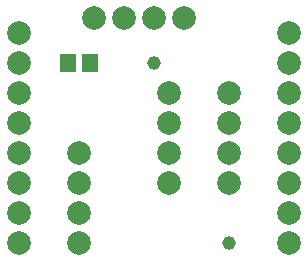
<source format=gbr>
G04 EAGLE Gerber X2 export*
%TF.Part,Single*%
%TF.FileFunction,Soldermask,Top,1*%
%TF.FilePolarity,Negative*%
%TF.GenerationSoftware,Autodesk,EAGLE,9.1.1*%
%TF.CreationDate,2018-08-03T17:53:41Z*%
G75*
%MOMM*%
%FSLAX34Y34*%
%LPD*%
%AMOC8*
5,1,8,0,0,1.08239X$1,22.5*%
G01*
%ADD10C,2.006600*%
%ADD11R,1.427000X1.627000*%
%ADD12C,1.177000*%


D10*
X203200Y165100D03*
X203200Y139700D03*
X203200Y114300D03*
X203200Y88900D03*
X165100Y228600D03*
X139700Y228600D03*
X114300Y228600D03*
X88900Y228600D03*
X152400Y165100D03*
X152400Y139700D03*
X152400Y114300D03*
X152400Y88900D03*
D11*
X85700Y190500D03*
X66700Y190500D03*
D10*
X76200Y38100D03*
X76200Y63500D03*
X76200Y88900D03*
X76200Y114300D03*
X254000Y38100D03*
X254000Y63500D03*
X254000Y88900D03*
X254000Y114300D03*
X254000Y139700D03*
X254000Y165100D03*
X254000Y190500D03*
X254000Y215900D03*
X25400Y215900D03*
X25400Y190500D03*
X25400Y165100D03*
X25400Y139700D03*
X25400Y114300D03*
X25400Y88900D03*
X25400Y63500D03*
X25400Y38100D03*
D12*
X203200Y38100D03*
X139700Y190500D03*
M02*

</source>
